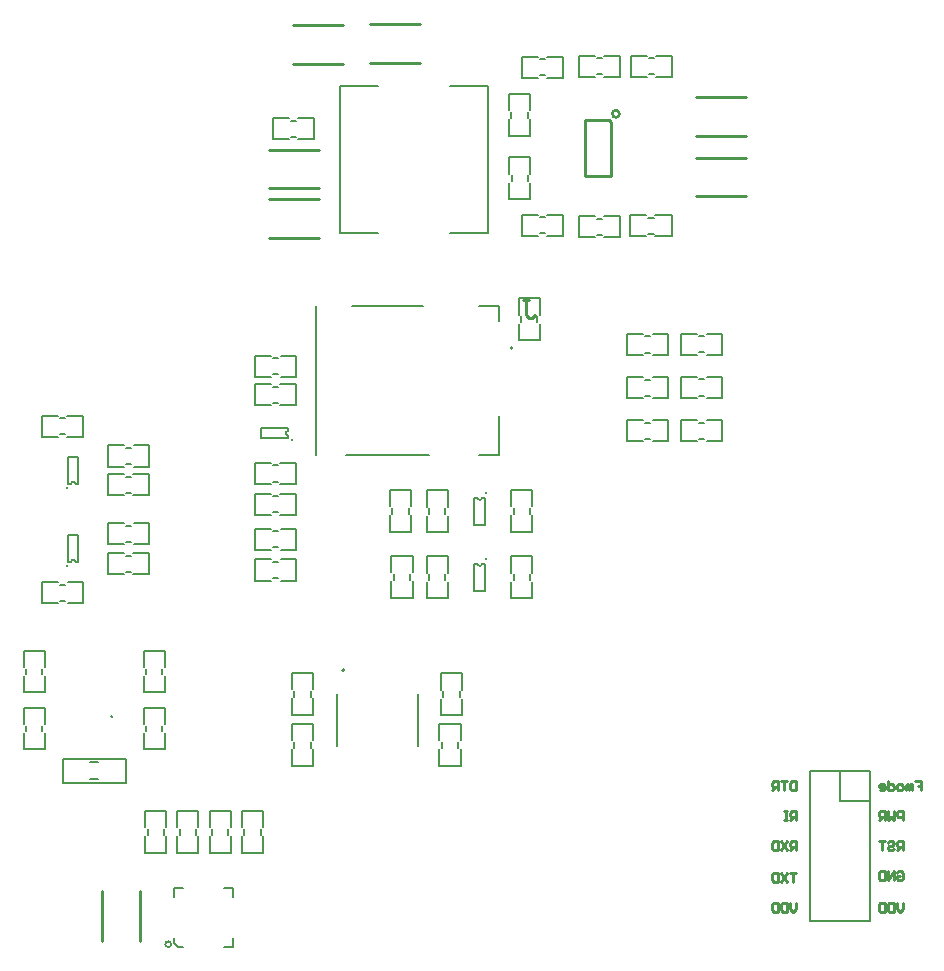
<source format=gbo>
G04 Layer_Color=32896*
%FSTAX24Y24*%
%MOIN*%
G70*
G01*
G75*
%ADD49C,0.0079*%
%ADD56C,0.0070*%
%ADD57C,0.0050*%
%ADD58C,0.0100*%
%ADD93C,0.0055*%
%ADD94C,0.0079*%
D49*
X027852Y035385D02*
G03*
X027852Y035385I-000039J0D01*
G01*
X013279Y030847D02*
G03*
X013121Y030847I-000079J0D01*
G01*
X013279Y028247D02*
G03*
X013121Y028247I-000079J0D01*
G01*
X026671Y030403D02*
G03*
X026829Y030403I000079J0D01*
G01*
X026671Y028203D02*
G03*
X026829Y028203I000079J0D01*
G01*
X020353Y032629D02*
G03*
X020353Y032471I0J-000079D01*
G01*
X022238Y02465D02*
G03*
X022238Y02465I-000039J0D01*
G01*
X03975Y0163D02*
Y0213D01*
X03775Y0163D02*
X03975D01*
X03775D02*
Y0193D01*
Y0213D01*
X03975D01*
X03875Y0203D02*
Y0213D01*
Y0203D02*
X03975D01*
X028049Y03566D02*
X028749D01*
X028049Y03704D02*
X028749D01*
Y03566D02*
Y036189D01*
Y036494D02*
Y03704D01*
X028049Y036494D02*
Y03704D01*
Y03566D02*
Y036189D01*
X03484Y03228D02*
Y03298D01*
X03346Y03228D02*
Y03298D01*
X034311D02*
X03484D01*
X03346D02*
X034006D01*
X03346Y03228D02*
X034006D01*
X034311D02*
X03484D01*
Y03516D02*
Y03586D01*
X03346Y03516D02*
Y03586D01*
X034311D02*
X03484D01*
X03346D02*
X034006D01*
X03346Y03516D02*
X034006D01*
X034311D02*
X03484D01*
Y03372D02*
Y03442D01*
X03346Y03372D02*
Y03442D01*
X034311D02*
X03484D01*
X03346D02*
X034006D01*
X03346Y03372D02*
X034006D01*
X034311D02*
X03484D01*
X032511Y03442D02*
X033039D01*
Y03371D02*
Y03442D01*
X032511Y03371D02*
X033039D01*
X031661D02*
X032206D01*
X031661Y03442D02*
X032206D01*
X031661Y03371D02*
Y03442D01*
X032511Y03586D02*
X033039D01*
Y03515D02*
Y03586D01*
X032511Y03515D02*
X033039D01*
X031661D02*
X032206D01*
X031661Y03586D02*
X032206D01*
X031661Y03515D02*
Y03586D01*
X032511Y03298D02*
X033039D01*
Y03227D02*
Y03298D01*
X032511Y03227D02*
X033039D01*
X031661D02*
X032206D01*
X031661Y03298D02*
X032206D01*
X031661Y03227D02*
Y03298D01*
X032628Y04513D02*
X033156D01*
Y04442D02*
Y04513D01*
X032628Y04442D02*
X033156D01*
X031778D02*
X032323D01*
X031778Y04513D02*
X032323D01*
X031778Y04442D02*
Y04513D01*
X028159Y0444D02*
Y0451D01*
X029539Y0444D02*
Y0451D01*
X028159Y0444D02*
X028688D01*
X028993D02*
X029539D01*
X028993Y0451D02*
X029539D01*
X028159D02*
X028688D01*
X031776Y039112D02*
Y039812D01*
X033156Y039112D02*
Y039812D01*
X031776Y039112D02*
X032305D01*
X03261D02*
X033156D01*
X03261Y039812D02*
X033156D01*
X031776D02*
X032305D01*
X02773Y04036D02*
X02843D01*
X02773Y04174D02*
X02843D01*
Y04036D02*
Y040889D01*
Y041194D02*
Y04174D01*
X02773Y041194D02*
Y04174D01*
Y04036D02*
Y040889D01*
X030061Y04442D02*
X030589D01*
X030061D02*
Y04513D01*
X030589D01*
X030894D02*
X031439D01*
X030894Y04442D02*
X031439D01*
Y04513D01*
X02772Y043311D02*
Y043839D01*
X02843D01*
Y043311D02*
Y043839D01*
Y042461D02*
Y043006D01*
X02772Y042461D02*
Y043006D01*
Y042461D02*
X02843D01*
X028161Y03912D02*
X028689D01*
X028161D02*
Y03983D01*
X028689D01*
X028994D02*
X029539D01*
X028994Y03912D02*
X029539D01*
Y03983D01*
X030061Y03907D02*
X030589D01*
X030061D02*
Y03978D01*
X030589D01*
X030894D02*
X031439D01*
X030894Y03907D02*
X031439D01*
Y03978D01*
X01986Y04235D02*
Y04305D01*
X02124Y04235D02*
Y04305D01*
X01986Y04235D02*
X020389D01*
X020694D02*
X02124D01*
X020694Y04305D02*
X02124D01*
X01986D02*
X020389D01*
X012161Y03242D02*
X012689D01*
X012161D02*
Y03313D01*
X012689D01*
X012994D02*
X013539D01*
X012994Y03242D02*
X013539D01*
Y03313D01*
X014361Y03047D02*
X014889D01*
X014361D02*
Y03118D01*
X014889D01*
X015194D02*
X015739D01*
X015194Y03047D02*
X015739D01*
Y03118D01*
X015211Y032137D02*
X015739D01*
Y031427D02*
Y032137D01*
X015211Y031427D02*
X015739D01*
X014361D02*
X014906D01*
X014361Y032137D02*
X014906D01*
X014361Y031427D02*
Y032137D01*
X015211Y029554D02*
X015739D01*
Y028844D02*
Y029554D01*
X015211Y028844D02*
X015739D01*
X014361D02*
X014906D01*
X014361Y029554D02*
X014906D01*
X014361Y028844D02*
Y029554D01*
Y027837D02*
X014889D01*
X014361D02*
Y028547D01*
X014889D01*
X015194D02*
X015739D01*
X015194Y027837D02*
X015739D01*
Y028547D01*
X013011Y02758D02*
X013539D01*
Y02687D02*
Y02758D01*
X013011Y02687D02*
X013539D01*
X012161D02*
X012706D01*
X012161Y02758D02*
X012706D01*
X012161Y02687D02*
Y02758D01*
X013023Y030847D02*
X013121D01*
X013279D02*
X013377D01*
X013023D02*
Y031753D01*
X013377D01*
Y030847D02*
Y031753D01*
X013023Y028247D02*
X013121D01*
X013279D02*
X013377D01*
X013023D02*
Y029153D01*
X013377D01*
Y028247D02*
Y029153D01*
X0278Y03064D02*
X0285D01*
X0278Y02926D02*
X0285D01*
X0278Y030111D02*
Y03064D01*
Y02926D02*
Y029806D01*
X0285Y02926D02*
Y029806D01*
Y030111D02*
Y03064D01*
X026829Y030403D02*
X026927D01*
X026573D02*
X026671D01*
X026927Y029497D02*
Y030403D01*
X026573Y029497D02*
X026927D01*
X026573D02*
Y030403D01*
X026829Y028203D02*
X026927D01*
X026573D02*
X026671D01*
X026927Y027297D02*
Y028203D01*
X026573Y027297D02*
X026927D01*
X026573D02*
Y028203D01*
X0278Y027065D02*
X0285D01*
X0278Y028445D02*
X0285D01*
Y027065D02*
Y027594D01*
Y027899D02*
Y028445D01*
X0278Y027899D02*
Y028445D01*
Y027065D02*
Y027594D01*
X025691Y02926D02*
Y029788D01*
X024981Y02926D02*
X025691D01*
X024981D02*
Y029788D01*
Y030093D02*
Y030638D01*
X025691Y030093D02*
Y030638D01*
X024981D02*
X025691D01*
X023806Y027914D02*
Y028443D01*
X024516D01*
Y027914D02*
Y028443D01*
Y027065D02*
Y027609D01*
X023806Y027065D02*
Y027609D01*
Y027065D02*
X024516D01*
X025691D02*
Y027593D01*
X024981Y027065D02*
X025691D01*
X024981D02*
Y027593D01*
Y027898D02*
Y028443D01*
X025691Y027898D02*
Y028443D01*
X024981D02*
X025691D01*
X023756Y03011D02*
Y030638D01*
X024466D01*
Y03011D02*
Y030638D01*
Y02926D02*
Y029805D01*
X023756Y02926D02*
Y029805D01*
Y02926D02*
X024466D01*
X020111Y028343D02*
X020639D01*
Y027633D02*
Y028343D01*
X020111Y027633D02*
X020639D01*
X019261D02*
X019806D01*
X019261Y028343D02*
X019806D01*
X019261Y027633D02*
Y028343D01*
X020111Y029368D02*
X020639D01*
Y028658D02*
Y029368D01*
X020111Y028658D02*
X020639D01*
X019261D02*
X019806D01*
X019261Y029368D02*
X019806D01*
X019261Y028658D02*
Y029368D01*
Y02982D02*
X019789D01*
X019261D02*
Y03053D01*
X019789D01*
X020094D02*
X020639D01*
X020094Y02982D02*
X020639D01*
Y03053D01*
X019261Y03347D02*
X019789D01*
X019261D02*
Y03418D01*
X019789D01*
X020094D02*
X020639D01*
X020094Y03347D02*
X020639D01*
Y03418D01*
X020111Y03513D02*
X020639D01*
Y03442D02*
Y03513D01*
X020111Y03442D02*
X020639D01*
X019261D02*
X019806D01*
X019261Y03513D02*
X019806D01*
X019261Y03442D02*
Y03513D01*
X020639Y03085D02*
Y03155D01*
X019259Y03085D02*
Y03155D01*
X02011D02*
X020639D01*
X019259D02*
X019805D01*
X019259Y03085D02*
X019805D01*
X02011D02*
X020639D01*
X020353Y032373D02*
Y032471D01*
Y032629D02*
Y032727D01*
X019447Y032373D02*
X020353D01*
X019447D02*
Y032727D01*
X020353D01*
X020493Y024541D02*
X021193D01*
X020493Y023161D02*
X021193D01*
X020493Y024011D02*
Y024541D01*
Y023161D02*
Y023706D01*
X021193Y023161D02*
Y023706D01*
Y024011D02*
Y024541D01*
X020493Y022846D02*
X021193D01*
X020493Y021466D02*
X021193D01*
X020493Y022316D02*
Y022846D01*
Y021466D02*
Y022011D01*
X021193Y021466D02*
Y022011D01*
Y022316D02*
Y022846D01*
X025407Y022317D02*
Y022846D01*
X026117D01*
Y022317D02*
Y022846D01*
Y021468D02*
Y022012D01*
X025407Y021468D02*
Y022012D01*
Y021468D02*
X026117D01*
X026167Y023163D02*
Y023691D01*
X025457Y023163D02*
X026167D01*
X025457D02*
Y023691D01*
Y023996D02*
Y024541D01*
X026167Y023996D02*
Y024541D01*
X025457D02*
X026167D01*
X01155Y02529D02*
X01225D01*
X01155Y02391D02*
X01225D01*
X01155Y024761D02*
Y02529D01*
Y02391D02*
Y024456D01*
X01225Y02391D02*
Y024456D01*
Y024761D02*
Y02529D01*
X01155Y02339D02*
X01225D01*
X01155Y02201D02*
X01225D01*
X01155Y022861D02*
Y02339D01*
Y02201D02*
Y022556D01*
X01225Y02201D02*
Y022556D01*
Y022861D02*
Y02339D01*
X01495Y0209D02*
Y02149D01*
X01285Y0209D02*
X01495D01*
X01285D02*
Y0217D01*
X01376Y02158D02*
X01404D01*
X01376Y02101D02*
X01404D01*
X01285Y0217D02*
X01495D01*
Y02149D02*
Y0217D01*
X01555Y02529D02*
X01625D01*
X01555Y02391D02*
X01625D01*
X01555Y024761D02*
Y02529D01*
Y02391D02*
Y024456D01*
X01625Y02391D02*
Y024456D01*
Y024761D02*
Y02529D01*
X01555Y02201D02*
X01625D01*
X01555Y02339D02*
X01625D01*
Y02201D02*
Y022539D01*
Y022844D02*
Y02339D01*
X01555Y022844D02*
Y02339D01*
Y02201D02*
Y022539D01*
X0156Y01994D02*
X0163D01*
X0156Y01856D02*
X0163D01*
X0156Y019411D02*
Y01994D01*
Y01856D02*
Y019106D01*
X0163Y01856D02*
Y019106D01*
Y019411D02*
Y01994D01*
X016673D02*
X017373D01*
X016673Y01856D02*
X017373D01*
X016673Y019411D02*
Y01994D01*
Y01856D02*
Y019106D01*
X017373Y01856D02*
Y019106D01*
Y019411D02*
Y01994D01*
X017747Y01941D02*
Y019938D01*
X018457D01*
Y01941D02*
Y019938D01*
Y01856D02*
Y019105D01*
X017747Y01856D02*
Y019105D01*
Y01856D02*
X018457D01*
X01882Y01941D02*
Y019938D01*
X01953D01*
Y01941D02*
Y019938D01*
Y01856D02*
Y019105D01*
X01882Y01856D02*
Y019105D01*
Y01856D02*
X01953D01*
D56*
X02867Y036258D02*
Y036438D01*
X02813Y036258D02*
Y036438D01*
X034062Y032901D02*
X034242D01*
X034062Y032361D02*
X034242D01*
X034062Y035781D02*
X034242D01*
X034062Y035241D02*
X034242D01*
X034062Y034341D02*
X034242D01*
X034062Y033801D02*
X034242D01*
X032262Y034334D02*
X032442D01*
X032262Y033794D02*
X032442D01*
X032262Y035774D02*
X032442D01*
X032262Y035234D02*
X032442D01*
X032262Y032894D02*
X032442D01*
X032262Y032354D02*
X032442D01*
X032379Y045044D02*
X032559D01*
X032379Y044504D02*
X032559D01*
X028757Y044479D02*
X028937D01*
X028757Y045019D02*
X028937D01*
X032374Y039191D02*
X032554D01*
X032374Y039731D02*
X032554D01*
X028351Y040958D02*
Y041138D01*
X027811Y040958D02*
Y041138D01*
X030658Y044506D02*
X030838D01*
X030658Y045046D02*
X030838D01*
X027806Y043062D02*
Y043242D01*
X028346Y043062D02*
Y043242D01*
X028758Y039206D02*
X028938D01*
X028758Y039746D02*
X028938D01*
X030658Y039156D02*
X030838D01*
X030658Y039696D02*
X030838D01*
X020458Y042429D02*
X020638D01*
X020458Y042969D02*
X020638D01*
X012758Y032506D02*
X012938D01*
X012758Y033046D02*
X012938D01*
X014958Y030556D02*
X015138D01*
X014958Y031096D02*
X015138D01*
X014962Y032051D02*
X015142D01*
X014962Y031511D02*
X015142D01*
X014962Y029468D02*
X015142D01*
X014962Y028928D02*
X015142D01*
X014958Y027923D02*
X015138D01*
X014958Y028463D02*
X015138D01*
X012762Y027494D02*
X012942D01*
X012762Y026954D02*
X012942D01*
X027879Y029862D02*
Y030042D01*
X028419Y029862D02*
Y030042D01*
X028421Y027663D02*
Y027843D01*
X027881Y027663D02*
Y027843D01*
X025605Y029857D02*
Y030037D01*
X025065Y029857D02*
Y030037D01*
X023892Y027665D02*
Y027845D01*
X024432Y027665D02*
Y027845D01*
X025605Y027662D02*
Y027842D01*
X025065Y027662D02*
Y027842D01*
X023842Y029861D02*
Y030041D01*
X024382Y029861D02*
Y030041D01*
X019862Y028257D02*
X020042D01*
X019862Y027717D02*
X020042D01*
X019862Y029281D02*
X020042D01*
X019862Y028742D02*
X020042D01*
X019858Y029906D02*
X020038D01*
X019858Y030446D02*
X020038D01*
X019858Y033556D02*
X020038D01*
X019858Y034096D02*
X020038D01*
X019862Y035044D02*
X020042D01*
X019862Y034504D02*
X020042D01*
X019861Y031471D02*
X020041D01*
X019861Y030931D02*
X020041D01*
X020571Y023762D02*
Y023942D01*
X021111Y023762D02*
Y023942D01*
X020571Y022067D02*
Y022247D01*
X021111Y022067D02*
Y022247D01*
X025494Y022068D02*
Y022248D01*
X026034Y022068D02*
Y022248D01*
X026081Y02376D02*
Y02394D01*
X025541Y02376D02*
Y02394D01*
X011629Y024512D02*
Y024692D01*
X012169Y024512D02*
Y024692D01*
X011629Y022612D02*
Y022792D01*
X012169Y022612D02*
Y022792D01*
X015629Y024512D02*
Y024692D01*
X016169Y024512D02*
Y024692D01*
X016171Y022608D02*
Y022788D01*
X015631Y022608D02*
Y022788D01*
X015679Y019162D02*
Y019342D01*
X016219Y019162D02*
Y019342D01*
X016752Y019162D02*
Y019342D01*
X017292Y019162D02*
Y019342D01*
X017833Y019161D02*
Y019341D01*
X018373Y019161D02*
Y019341D01*
X018906Y019161D02*
Y019341D01*
X019446Y019161D02*
Y019341D01*
D57*
X016467Y015514D02*
G03*
X016467Y015514I-000098J0D01*
G01*
X027391Y0363D02*
Y03679D01*
X026722D02*
X027391D01*
X022498D02*
X02486D01*
X022301Y03181D02*
X025057D01*
X027391D02*
Y033119D01*
X026722Y03181D02*
X027391D01*
X021309D02*
Y03679D01*
X025751Y044125D02*
X027011D01*
X025751Y039204D02*
X027011D01*
X022089D02*
X023349D01*
X022089Y044125D02*
X023349D01*
X027011Y039204D02*
Y044125D01*
X022089Y039204D02*
Y044125D01*
X021992Y022134D02*
Y023866D01*
X024708Y022134D02*
Y023866D01*
X018534Y017089D02*
Y017384D01*
X018239D02*
X018534D01*
X016566D02*
X016861D01*
X016566Y017089D02*
Y017384D01*
X018534Y015416D02*
Y015711D01*
X018239Y015416D02*
X018534D01*
X016566Y015555D02*
Y015711D01*
Y015555D02*
X016705Y015416D01*
X016861D01*
D58*
X031409Y043192D02*
G03*
X031409Y043192I-000118J0D01*
G01*
X020513Y04486D02*
X022187D01*
X020513Y04614D02*
X022187D01*
X023081Y046182D02*
X024755D01*
X023081Y044902D02*
X024755D01*
X033963Y041728D02*
X035637D01*
X033963Y040448D02*
X035637D01*
X033963Y04374D02*
X035637D01*
X033963Y04246D02*
X035637D01*
X030267Y042995D02*
X031054D01*
X031133Y042916D01*
Y041105D02*
Y042916D01*
X030267Y041105D02*
X031133D01*
X030267D02*
Y042995D01*
X019713Y04071D02*
X021387D01*
X019713Y04199D02*
X021387D01*
X019713Y03906D02*
X021387D01*
X019713Y04034D02*
X021387D01*
X01544Y015613D02*
Y017287D01*
X01416Y015613D02*
Y017287D01*
X02819Y03699D02*
X02839D01*
X02829D01*
Y03649D01*
X02839Y03639D01*
X02849D01*
X02859Y03649D01*
X04125Y02095D02*
X04145D01*
Y0208D01*
X04135D01*
X04145D01*
Y02065D01*
X04115D02*
Y02085D01*
X0411D01*
X04105Y0208D01*
Y02065D01*
Y0208D01*
X041Y02085D01*
X04095Y0208D01*
Y02065D01*
X0408D02*
X0407D01*
X04065Y0207D01*
Y0208D01*
X0407Y02085D01*
X0408D01*
X04085Y0208D01*
Y0207D01*
X0408Y02065D01*
X04035Y02095D02*
Y02065D01*
X0405D01*
X04055Y0207D01*
Y0208D01*
X0405Y02085D01*
X04035D01*
X0401Y02065D02*
X0402D01*
X04025Y0207D01*
Y0208D01*
X0402Y02085D01*
X0401D01*
X04005Y0208D01*
Y02075D01*
X04025D01*
X04085Y01965D02*
Y01995D01*
X0407D01*
X04065Y0199D01*
Y0198D01*
X0407Y01975D01*
X04085D01*
X04055Y01995D02*
Y01965D01*
X04045Y01975D01*
X04035Y01965D01*
Y01995D01*
X04025Y01965D02*
Y01995D01*
X0401D01*
X04005Y0199D01*
Y0198D01*
X0401Y01975D01*
X04025D01*
X04015D02*
X04005Y01965D01*
X04085Y01865D02*
Y01895D01*
X0407D01*
X04065Y0189D01*
Y0188D01*
X0407Y01875D01*
X04085D01*
X04075D02*
X04065Y01865D01*
X04035Y0189D02*
X0404Y01895D01*
X0405D01*
X04055Y0189D01*
Y01885D01*
X0405Y0188D01*
X0404D01*
X04035Y01875D01*
Y0187D01*
X0404Y01865D01*
X0405D01*
X04055Y0187D01*
X04025Y01895D02*
X04005D01*
X04015D01*
Y01865D01*
X04065Y0179D02*
X0407Y01795D01*
X0408D01*
X04085Y0179D01*
Y0177D01*
X0408Y01765D01*
X0407D01*
X04065Y0177D01*
Y0178D01*
X04075D01*
X04055Y01765D02*
Y01795D01*
X04035Y01765D01*
Y01795D01*
X04025D02*
Y01765D01*
X0401D01*
X04005Y0177D01*
Y0179D01*
X0401Y01795D01*
X04025D01*
X04085Y0169D02*
Y0167D01*
X04075Y0166D01*
X04065Y0167D01*
Y0169D01*
X04055D02*
Y0166D01*
X0404D01*
X04035Y01665D01*
Y01685D01*
X0404Y0169D01*
X04055D01*
X04025D02*
Y0166D01*
X0401D01*
X04005Y01665D01*
Y01685D01*
X0401Y0169D01*
X04025D01*
X0373Y02095D02*
Y02065D01*
X03715D01*
X0371Y0207D01*
Y0209D01*
X03715Y02095D01*
X0373D01*
X037D02*
X0368D01*
X0369D01*
Y02065D01*
X0367D02*
Y02095D01*
X03655D01*
X0365Y0209D01*
Y0208D01*
X03655Y02075D01*
X0367D01*
X0366D02*
X0365Y02065D01*
X0373Y01965D02*
Y01995D01*
X03715D01*
X0371Y0199D01*
Y0198D01*
X03715Y01975D01*
X0373D01*
X0372D02*
X0371Y01965D01*
X037Y01995D02*
X0369D01*
X03695D01*
Y01965D01*
X037D01*
X0369D01*
X0373Y01865D02*
Y01895D01*
X03715D01*
X0371Y0189D01*
Y0188D01*
X03715Y01875D01*
X0373D01*
X0372D02*
X0371Y01865D01*
X037Y01895D02*
X0368Y01865D01*
Y01895D02*
X037Y01865D01*
X0367Y01895D02*
Y01865D01*
X03655D01*
X0365Y0187D01*
Y0189D01*
X03655Y01895D01*
X0367D01*
X0373Y0179D02*
X0371D01*
X0372D01*
Y0176D01*
X037Y0179D02*
X0368Y0176D01*
Y0179D02*
X037Y0176D01*
X0367Y0179D02*
Y0176D01*
X03655D01*
X0365Y01765D01*
Y01785D01*
X03655Y0179D01*
X0367D01*
X0373Y0169D02*
Y0167D01*
X0372Y0166D01*
X0371Y0167D01*
Y0169D01*
X037D02*
Y0166D01*
X03685D01*
X0368Y01665D01*
Y01685D01*
X03685Y0169D01*
X037D01*
X0367D02*
Y0166D01*
X03655D01*
X0365Y01665D01*
Y01685D01*
X03655Y0169D01*
X0367D01*
D93*
X014507Y023099D02*
G03*
X014507Y023099I-000028J0D01*
G01*
D94*
X012983Y030709D02*
D03*
Y028109D02*
D03*
X026967Y030541D02*
D03*
Y028341D02*
D03*
X020491Y032333D02*
D03*
M02*

</source>
